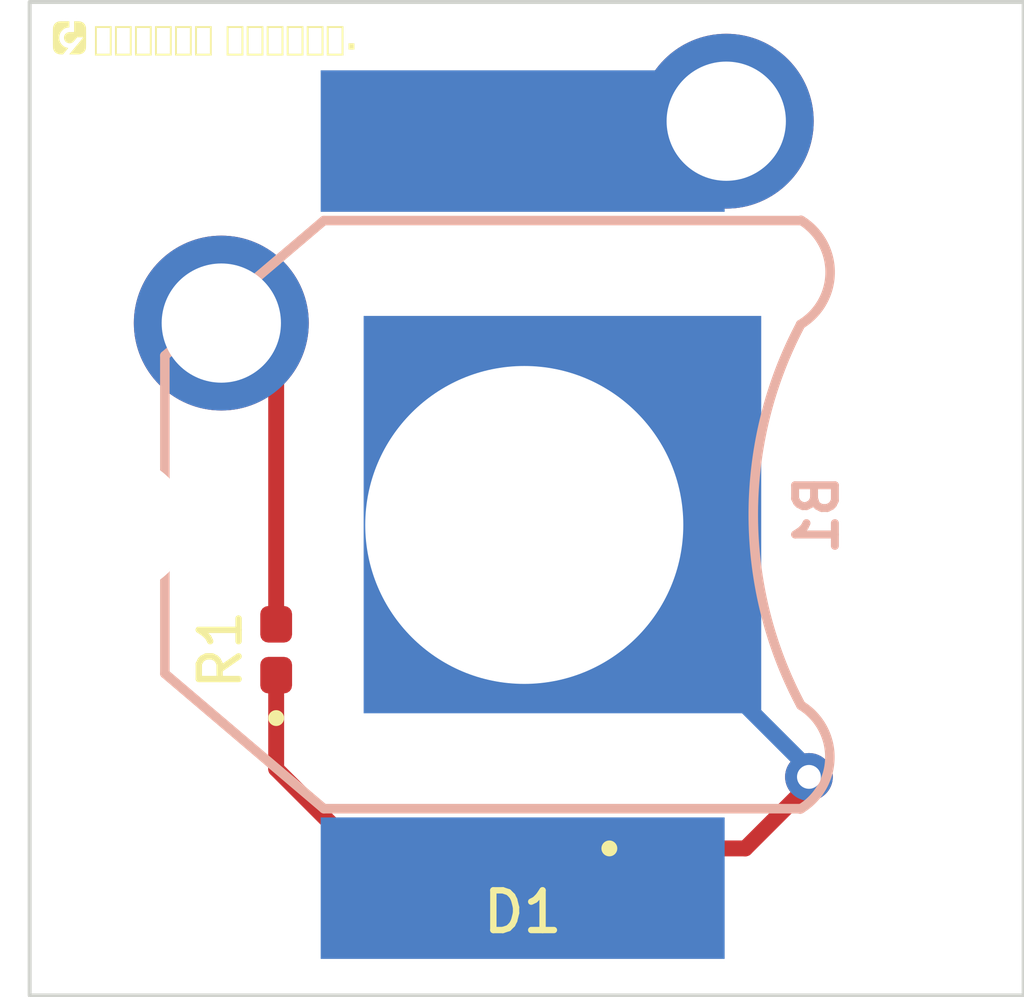
<source format=kicad_pcb>
(kicad_pcb (version 20240108) (generator "pcbnew") (generator_version "8.0")
  (layers (0 "F.Cu" signal) (31 "B.Cu" signal) (34 "B.Paste" user) (35 "F.Paste" user) (36 "B.SilkS" user "B.Silkscreen") (37 "F.SilkS" user "F.Silkscreen") (38 "B.Mask" user) (39 "F.Mask" user) (44 "Edge.Cuts" user))
  (net 0 "")
  (net 1 "Net-(D1-A)")
  (net 2 "Net-(R1-Pad2)")
  (net 3 "Net-(D1-K)")
  (net 4 "Net-(B1-Pad+)")
  (footprint "LED_SMD:LED_0201_0603Metric" (layer "F.Cu") (at 18 22.55 90)
    (property "Reference" "R1" (at 0 -0.7 90) (layer "F.SilkS") (effects (font (size 0.5 0.5) (thickness 0.08))))
    (property "Value" "~")
    (fp_circle (center -0.86 0) (end -0.81 0) (stroke (width 0.1)) (fill none) (layer "F.SilkS"))
    (pad "1" smd roundrect (at -0.32 0 90) (size 0.46 0.4) (layers "F.Cu" "F.Mask") (net 1 "Net-(D1-A)"))
    (pad "2" smd roundrect (at 0.32 0 90) (size 0.46 0.4) (layers "F.Cu" "F.Mask") (net 2 "Net-(R1-Pad2)"))
  )
  (footprint "Button_Switch_Keyboard:SW_Cherry_MX_1.00u_PCB" (layer "F.Cu") (at 23.66 15.9)
    (property "Reference" "SW1" (hide yes))
    (property "Value" "KEY_SW" (hide yes))
    (pad "" np_thru_hole circle (at -7.62 5.08) (size 1.7 1.7) (drill 1.7) (layers "*.Cu" "*.Mask"))
    (pad "" np_thru_hole circle (at -2.54 5.08) (size 4 4) (drill 4) (layers "*.Cu" "*.Mask"))
    (pad "" np_thru_hole circle (at 2.54 5.08) (size 1.7 1.7) (drill 1.7) (layers "*.Cu" "*.Mask"))
    (pad "1" thru_hole circle (at 0 0) (size 2.2 2.2) (drill 1.5) (layers "*.Cu" "*.Mask") (net 4 "Net-(B1-Pad+)"))
    (pad "2" thru_hole circle (at -6.35 2.54) (size 2.2 2.2) (drill 1.5) (layers "*.Cu" "*.Mask") (net 2 "Net-(R1-Pad2)"))
  )
  (footprint "LED_SMD:LED_0402_1005Metric" (layer "F.Cu") (at 21.1 25.05 180)
    (property "Reference" "D1" (at 0 -0.8 180) (layer "F.SilkS") (effects (font (size 0.5 0.5) (thickness 0.08))))
    (property "Value" "LED")
    (fp_circle (center -1.09 0) (end -1.04 0) (stroke (width 0.1)) (fill none) (layer "F.SilkS"))
    (pad "1" smd roundrect (at -0.485 0 180) (size 0.59 0.64) (layers "F.Cu" "F.Paste" "F.Mask") (net 3 "Net-(D1-K)"))
    (pad "2" smd roundrect (at 0.485 0 180) (size 0.59 0.64) (layers "F.Cu" "F.Paste" "F.Mask") (net 1 "Net-(D1-A)"))
  )
  (footprint "LOGO" (layer "F.Cu") (at 15.4 14.85)
    (property "Reference" "G***" (hide yes))
    (property "Value" "LOGO" (hide yes))
    (fp_poly (pts (xy -0.000755 -0.169768) (xy -0.000701 -0.161304) (xy -0.000661 -0.153467) (xy -0.000635 -0.146469) (xy -0.000623 -0.140521) (xy -0.000626 -0.135834) (xy -0.000644 -0.132618) (xy -0.000677 -0.131085) (xy -0.000689 -0.130986) (xy -0.001683 -0.130741) (xy -0.004183 -0.130382) (xy -0.00775 -0.12997) (xy -0.009967 -0.129745) (xy -0.025775 -0.127423) (xy -0.04043 -0.123579) (xy -0.054094 -0.118138) (xy -0.066932 -0.111023) (xy -0.079104 -0.102156) (xy -0.090591 -0.091646) (xy -0.101193 -0.079603) (xy -0.110049 -0.066701) (xy -0.117137 -0.05299) (xy -0.12244 -0.03852) (xy -0.125937 -0.023344) (xy -0.12761 -0.007512) (xy -0.127614 0.005763) (xy -0.125965 0.021733) (xy -0.122493 0.037008) (xy -0.117216 0.051549) (xy -0.11015 0.065317) (xy -0.101312 0.078272) (xy -0.091828 0.089234) (xy -0.080937 0.099502) (xy -0.069549 0.10807) (xy -0.057284 0.115187) (xy -0.043762 0.121103) (xy -0.042961 0.121404) (xy -0.03769 0.123185) (xy -0.03181 0.124893) (xy -0.026361 0.126232) (xy -0.024894 0.126532) (xy -0.020869 0.127309) (xy -0.017513 0.127975) (xy -0.015333 0.128428) (xy -0.014867 0.128537) (xy -0.015087 0.12935) (xy -0.016436 0.131456) (xy -0.018766 0.134666) (xy -0.021933 0.138794) (xy -0.025791 0.143652) (xy -0.030192 0.149051) (xy -0.034992 0.154805) (xy -0.038717 0.159183) (xy -0.040035 0.160749) (xy -0.042334 0.16351) (xy -0.045354 0.167153) (xy -0.048835 0.171364) (xy -0.051274 0.174321) (xy -0.054966 0.178796) (xy -0.058416 0.182969) (xy -0.061348 0.186507) (xy -0.063489 0.189081) (xy -0.064316 0.190067) (xy -0.066016 0.192104) (xy -0.068558 0.195186) (xy -0.071555 0.198839) (xy -0.073732 0.201505) (xy -0.080568 0.209894) (xy -0.096193 0.209796) (xy -0.102428 0.209706) (xy -0.108825 0.209528) (xy -0.114752 0.209283) (xy -0.119574 0.208996) (xy -0.120846 0.208893) (xy -0.134951 0.206787) (xy -0.148037 0.203105) (xy -0.160029 0.197905) (xy -0.170849 0.191244) (xy -0.180423 0.183179) (xy -0.188673 0.173768) (xy -0.195523 0.163066) (xy -0.200899 0.151132) (xy -0.202007 0.147953) (xy -0.202868 0.145314) (xy -0.203643 0.142832) (xy -0.204336 0.140393) (xy -0.204951 0.137886) (xy -0.205494 0.135198) (xy -0.205968 0.132218) (xy -0.206379 0.128831) (xy -0.206731 0.124928) (xy -0.207028 0.120395) (xy -0.207275 0.115119) (xy -0.207477 0.10899) (xy -0.207638 0.101894) (xy -0.207764 0.093719) (xy -0.207857 0.084354) (xy -0.207924 0.073685) (xy -0.207968 0.061601) (xy -0.207994 0.047989) (xy -0.208007 0.032737) (xy -0.208012 0.015733) (xy -0.208012 0.000977) (xy -0.20801 -0.016908) (xy -0.208001 -0.032951) (xy -0.207985 -0.047262) (xy -0.20796 -0.059953) (xy -0.207925 -0.071134) (xy -0.207878 -0.080916) (xy -0.207818 -0.089409) (xy -0.207745 -0.096726) (xy -0.207655 -0.102976) (xy -0.207549 -0.10827) (xy -0.207425 -0.11272) (xy -0.207281 -0.116436) (xy -0.207116 -0.119528) (xy -0.206929 -0.122108) (xy -0.206718 -0.124287) (xy -0.206482 -0.126176) (xy -0.206466 -0.12629) (xy -0.203615 -0.140252) (xy -0.199208 -0.153076) (xy -0.193297 -0.164707) (xy -0.185935 -0.175085) (xy -0.177176 -0.184154) (xy -0.167071 -0.191856) (xy -0.155673 -0.198134) (xy -0.143036 -0.20293) (xy -0.133856 -0.205296) (xy -0.131844 -0.205703) (xy -0.129805 -0.206053) (xy -0.127574 -0.206352) (xy -0.124987 -0.206605) (xy -0.121878 -0.206819) (xy -0.118083 -0.206998) (xy -0.113438 -0.207148) (xy -0.107776 -0.207276) (xy -0.100935 -0.207386) (xy -0.092748 -0.207484) (xy -0.083051 -0.207577) (xy -0.07168 -0.207669) (xy -0.062768 -0.207735) (xy -0.001021 -0.208185)) (fill solid) (layer "F.SilkS"))
    (fp_poly (pts (xy 0.092532 -0.207716) (xy 0.10211 -0.207545) (xy 0.109985 -0.207365) (xy 0.116406 -0.207162) (xy 0.121625 -0.206922) (xy 0.12589 -0.206631) (xy 0.129451 -0.206273) (xy 0.13256 -0.205836) (xy 0.135465 -0.205304) (xy 0.135809 -0.205234) (xy 0.149138 -0.201568) (xy 0.161324 -0.19634) (xy 0.172303 -0.189614) (xy 0.18201 -0.181458) (xy 0.190382 -0.171936) (xy 0.197355 -0.161114) (xy 0.202863 -0.149058) (xy 0.206843 -0.135832) (xy 0.207728 -0.131656) (xy 0.207986 -0.130214) (xy 0.208218 -0.128645) (xy 0.208425 -0.126842) (xy 0.208608 -0.124695) (xy 0.208768 -0.122098) (xy 0.208908 -0.118942) (xy 0.209028 -0.115119) (xy 0.20913 -0.110521) (xy 0.209216 -0.10504) (xy 0.209286 -0.098568) (xy 0.209343 -0.090997) (xy 0.209388 -0.082218) (xy 0.209421 -0.072124) (xy 0.209446 -0.060607) (xy 0.209462 -0.047559) (xy 0.209472 -0.03287) (xy 0.209477 -0.016435) (xy 0.209478 0) (xy 0.209478 0.018596) (xy 0.209475 0.035349) (xy 0.209466 0.050368) (xy 0.209446 0.063763) (xy 0.209412 0.075644) (xy 0.209358 0.08612) (xy 0.209281 0.095302) (xy 0.209177 0.103299) (xy 0.209041 0.110221) (xy 0.20887 0.116178) (xy 0.208659 0.121279) (xy 0.208405 0.125634) (xy 0.208102 0.129353) (xy 0.207748 0.132545) (xy 0.207338 0.135322) (xy 0.206867 0.137791) (xy 0.206332 0.140063) (xy 0.205729 0.142248) (xy 0.205053 0.144455) (xy 0.2043 0.146795) (xy 0.203925 0.147953) (xy 0.199037 0.159993) (xy 0.192566 0.170968) (xy 0.184634 0.180767) (xy 0.175362 0.189278) (xy 0.164873 0.19639) (xy 0.153287 0.201992) (xy 0.140727 0.205973) (xy 0.140408 0.206049) (xy 0.135888 0.206961) (xy 0.130277 0.20786) (xy 0.124433 0.208618) (xy 0.121097 0.208958) (xy 0.117966 0.209152) (xy 0.11334 0.209325) (xy 0.107416 0.209478) (xy 0.100392 0.20961) (xy 0.092466 0.20972) (xy 0.083835 0.209809) (xy 0.074699 0.209877) (xy 0.065254 0.209923) (xy 0.055698 0.209947) (xy 0.04623 0.209949) (xy 0.037047 0.209928) (xy 0.028347 0.209885) (xy 0.020329 0.20982) (xy 0.013189 0.209732) (xy 0.007126 0.209621) (xy 0.002338 0.209487) (xy -0.000977 0.20933) (xy -0.002622 0.209149) (xy -0.002767 0.209064) (xy -0.002078 0.208096) (xy -0.000307 0.205839) (xy 0.002376 0.202502) (xy 0.005801 0.198295) (xy 0.009798 0.193429) (xy 0.013627 0.1888) (xy 0.019043 0.182274) (xy 0.025017 0.175074) (xy 0.031131 0.167705) (xy 0.036964 0.160674) (xy 0.042098 0.154485) (xy 0.043466 0.152836) (xy 0.047602 0.14785) (xy 0.052696 0.141708) (xy 0.058462 0.134757) (xy 0.064611 0.127344) (xy 0.070856 0.119816) (xy 0.076907 0.11252) (xy 0.079109 0.109866) (xy 0.085066 0.102685) (xy 0.091372 0.095079) (xy 0.097731 0.087409) (xy 0.103843 0.080036) (xy 0.10941 0.073319) (xy 0.114133 0.067617) (xy 0.115539 0.06592) (xy 0.119798 0.060779) (xy 0.12375 0.056015) (xy 0.127187 0.051878) (xy 0.129903 0.048617) (xy 0.131689 0.04648) (xy 0.132188 0.04589) (xy 0.133895 0.043862) (xy 0.136297 0.040974) (xy 0.138675 0.038092) (xy 0.14121 0.035009) (xy 0.143524 0.032195) (xy 0.145023 0.030372) (xy 0.146736 0.028311) (xy 0.149103 0.025486) (xy 0.150883 0.023374) (xy 0.154215 0.019391) (xy 0.158447 0.014268) (xy 0.163691 0.007868) (xy 0.168901 0.001478) (xy 0.170899 -0.001179) (xy 0.172206 -0.003311) (xy 0.172535 -0.004382) (xy 0.171467 -0.004669) (xy 0.168501 -0.004926) (xy 0.163694 -0.005149) (xy 0.157102 -0.005336) (xy 0.148779 -0.005487) (xy 0.138781 -0.005599) (xy 0.135171 -0.005626) (xy 0.098136 -0.005882) (xy 0.083493 0.011839) (xy 0.076628 0.020142) (xy 0.070872 0.027087) (xy 0.066096 0.032823) (xy 0.06217 0.037502) (xy 0.058962 0.041273) (xy 0.056342 0.044286) (xy 0.05418 0.046692) (xy 0.052345 0.048641) (xy 0.050707 0.050283) (xy 0.049136 0.051769) (xy 0.047652 0.053113) (xy 0.042773 0.056883) (xy 0.036746 0.06067) (xy 0.030324 0.064052) (xy 0.024262 0.066607) (xy 0.022462 0.067198) (xy 0.011495 0.069523) (xy 0.000348 0.070075) (xy -0.010707 0.068916) (xy -0.021399 0.066109) (xy -0.031455 0.061714) (xy -0.040603 0.055792) (xy -0.045132 0.051923) (xy -0.051731 0.045187) (xy -0.056884 0.03867) (xy -0.060963 0.031864) (xy -0.063042 0.027446) (xy -0.066776 0.0164) (xy -0.068614 0.00515) (xy -0.068582 -0.00614) (xy -0.066702 -0.017308) (xy -0.062997 -0.028189) (xy -0.057492 -0.03862) (xy -0.052521 -0.04564) (xy -0.045924 -0.052594) (xy -0.03789 -0.058793) (xy -0.028871 -0.063988) (xy -0.019316 -0.067932) (xy -0.009677 -0.070374) (xy -0.007069 -0.07075) (xy -0.005434 -0.070834) (xy -0.002116 -0.070918) (xy 0.002616 -0.070997) (xy 0.008491 -0.071068) (xy 0.015241 -0.071127) (xy 0.022595 -0.07117) (xy 0.024706 -0.071179) (xy 0.053806 -0.07129) (xy 0.056201 -0.073875) (xy 0.058595 -0.076459) (xy 0.058595 -0.142365) (xy 0.058595 -0.208272)) (fill solid) (layer "F.SilkS"))
  )
  (footprint "Battery:BatteryHolder_Keystone_2998_1x6.8mm" (layer "B.Cu") (at 21.1 20.85 90)
    (property "Reference" "B1" (at 0 3.7 270) (layer "B.SilkS") (effects (font (size 0.5 0.5) (thickness 0.1)) (justify mirror)))
    (property "Value" "LR44")
    (fp_line (start 2 -4.5) (end -2 -4.5) (stroke (width 0.12)) (layer "B.SilkS"))
    (fp_line (start 3.7 -2.5) (end 2 -4.5) (stroke (width 0.12)) (layer "B.SilkS"))
    (fp_line (start 3.7 -2.5) (end 3.7 3.5) (stroke (width 0.12)) (layer "B.SilkS"))
    (fp_line (start -3.7 -2.5) (end -2 -4.5) (stroke (width 0.12)) (layer "B.SilkS"))
    (fp_line (start -3.7 -2.5) (end -3.7 3.5) (stroke (width 0.12)) (layer "B.SilkS"))
    (fp_arc (start 3.703723 3.5) (mid 3.046477 3.866382) (end 2.392627 3.493972) (stroke (width 0.12)) (layer "B.SilkS"))
    (fp_arc (start -2.4 3.5) (mid -3.055452 3.863197) (end -3.705648 3.490673) (stroke (width 0.12)) (layer "B.SilkS"))
    (fp_arc (start -2.4 3.5) (mid -0.00488 2.900002) (end 2.391383 3.495415) (stroke (width 0.12)) (layer "B.SilkS"))
    (pad "1" smd rect (at -4.7 0 90) (size 1.78 5.08) (layers "B.Cu" "B.Paste" "B.Mask"))
    (pad "1" smd rect (at 4.7 0 90) (size 1.78 5.08) (layers "B.Cu" "B.Paste" "B.Mask"))
    (pad "2" smd rect (at 0 0.5 90) (size 5 5) (layers "B.Cu" "B.Paste" "B.Mask"))
  )
  (gr_line (start 21.7 25.05) (end 23.9 25.05) (stroke (width 0.2)) (layer "F.Cu") (net 3))
  (gr_line (start 23.9 25.05) (end 24.7 24.25) (stroke (width 0.2)) (layer "F.Cu") (net 3))
  (gr_line (start 24.7 24.05) (end 23.9 23.25) (stroke (width 0.2)) (layer "B.Cu") (net 3))
  (gr_rect (start 14.9 14.4) (end 27.4 26.9) (stroke (width 0.05)) (fill none) (layer "Edge.Cuts"))
  (gr_text "덕영고등학교 소프트웨어부." (at 15.7 15.05 0) (layer "F.SilkS") (effects (font (size 0.3 0.3) (thickness 0.075) (bold yes)) (justify left bottom)))
  (segment (start 19 25.05) (end 18 24.05) (width 0.2) (layer "F.Cu") (net 1))
  (segment (start 18 24.05) (end 18 22.87) (width 0.2) (layer "F.Cu") (net 1))
  (segment (start 20.615 25.05) (end 19 25.05) (width 0.2) (layer "F.Cu") (net 1))
  (segment (start 18 19.13) (end 17.31 18.44) (width 0.2) (layer "F.Cu") (net 2))
  (segment (start 18 22.23) (end 18 19.13) (width 0.2) (layer "F.Cu") (net 2))
  (via (at 24.7 24.15) (size 0.6) (drill 0.3) (layers "F.Cu" "B.Cu") (net 3))
)
</source>
